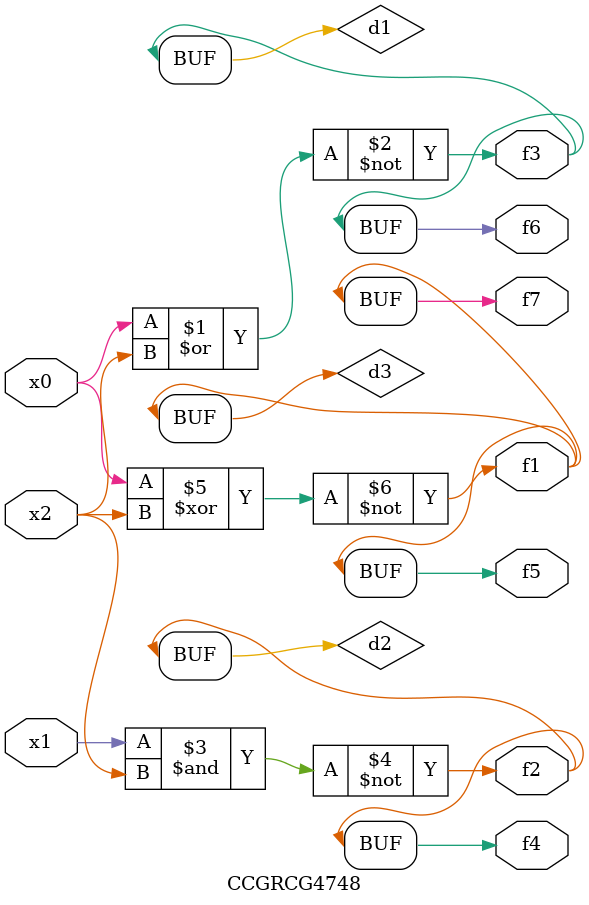
<source format=v>
module CCGRCG4748(
	input x0, x1, x2,
	output f1, f2, f3, f4, f5, f6, f7
);

	wire d1, d2, d3;

	nor (d1, x0, x2);
	nand (d2, x1, x2);
	xnor (d3, x0, x2);
	assign f1 = d3;
	assign f2 = d2;
	assign f3 = d1;
	assign f4 = d2;
	assign f5 = d3;
	assign f6 = d1;
	assign f7 = d3;
endmodule

</source>
